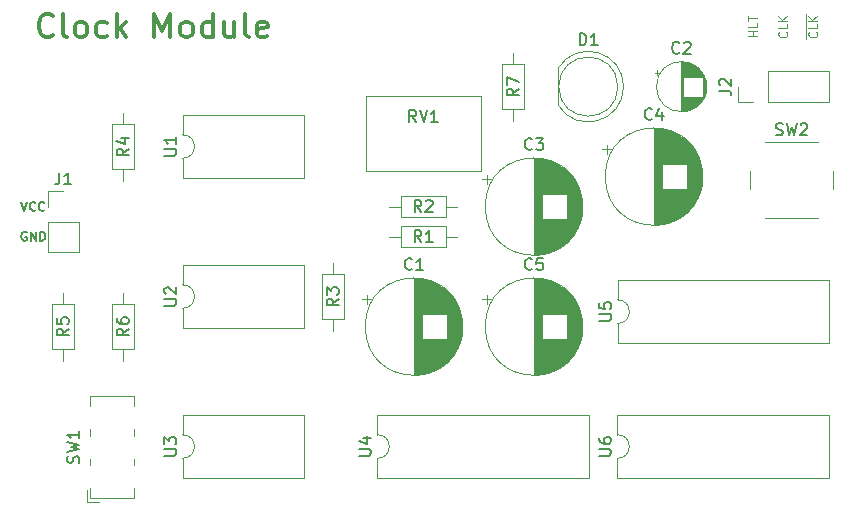
<source format=gbr>
%TF.GenerationSoftware,KiCad,Pcbnew,(6.0.6-0)*%
%TF.CreationDate,2022-10-19T22:33:39-04:00*%
%TF.ProjectId,Clock Module,436c6f63-6b20-44d6-9f64-756c652e6b69,rev?*%
%TF.SameCoordinates,Original*%
%TF.FileFunction,Legend,Top*%
%TF.FilePolarity,Positive*%
%FSLAX46Y46*%
G04 Gerber Fmt 4.6, Leading zero omitted, Abs format (unit mm)*
G04 Created by KiCad (PCBNEW (6.0.6-0)) date 2022-10-19 22:33:39*
%MOMM*%
%LPD*%
G01*
G04 APERTURE LIST*
%ADD10C,0.300000*%
%ADD11C,0.100000*%
%ADD12C,0.187500*%
%ADD13C,0.150000*%
%ADD14C,0.120000*%
G04 APERTURE END LIST*
D10*
X39783809Y-61674285D02*
X39688571Y-61769523D01*
X39402857Y-61864761D01*
X39212380Y-61864761D01*
X38926666Y-61769523D01*
X38736190Y-61579047D01*
X38640952Y-61388571D01*
X38545714Y-61007619D01*
X38545714Y-60721904D01*
X38640952Y-60340952D01*
X38736190Y-60150476D01*
X38926666Y-59960000D01*
X39212380Y-59864761D01*
X39402857Y-59864761D01*
X39688571Y-59960000D01*
X39783809Y-60055238D01*
X40926666Y-61864761D02*
X40736190Y-61769523D01*
X40640952Y-61579047D01*
X40640952Y-59864761D01*
X41974285Y-61864761D02*
X41783809Y-61769523D01*
X41688571Y-61674285D01*
X41593333Y-61483809D01*
X41593333Y-60912380D01*
X41688571Y-60721904D01*
X41783809Y-60626666D01*
X41974285Y-60531428D01*
X42260000Y-60531428D01*
X42450476Y-60626666D01*
X42545714Y-60721904D01*
X42640952Y-60912380D01*
X42640952Y-61483809D01*
X42545714Y-61674285D01*
X42450476Y-61769523D01*
X42260000Y-61864761D01*
X41974285Y-61864761D01*
X44355238Y-61769523D02*
X44164761Y-61864761D01*
X43783809Y-61864761D01*
X43593333Y-61769523D01*
X43498095Y-61674285D01*
X43402857Y-61483809D01*
X43402857Y-60912380D01*
X43498095Y-60721904D01*
X43593333Y-60626666D01*
X43783809Y-60531428D01*
X44164761Y-60531428D01*
X44355238Y-60626666D01*
X45212380Y-61864761D02*
X45212380Y-59864761D01*
X45402857Y-61102857D02*
X45974285Y-61864761D01*
X45974285Y-60531428D02*
X45212380Y-61293333D01*
X48355238Y-61864761D02*
X48355238Y-59864761D01*
X49021904Y-61293333D01*
X49688571Y-59864761D01*
X49688571Y-61864761D01*
X50926666Y-61864761D02*
X50736190Y-61769523D01*
X50640952Y-61674285D01*
X50545714Y-61483809D01*
X50545714Y-60912380D01*
X50640952Y-60721904D01*
X50736190Y-60626666D01*
X50926666Y-60531428D01*
X51212380Y-60531428D01*
X51402857Y-60626666D01*
X51498095Y-60721904D01*
X51593333Y-60912380D01*
X51593333Y-61483809D01*
X51498095Y-61674285D01*
X51402857Y-61769523D01*
X51212380Y-61864761D01*
X50926666Y-61864761D01*
X53307619Y-61864761D02*
X53307619Y-59864761D01*
X53307619Y-61769523D02*
X53117142Y-61864761D01*
X52736190Y-61864761D01*
X52545714Y-61769523D01*
X52450476Y-61674285D01*
X52355238Y-61483809D01*
X52355238Y-60912380D01*
X52450476Y-60721904D01*
X52545714Y-60626666D01*
X52736190Y-60531428D01*
X53117142Y-60531428D01*
X53307619Y-60626666D01*
X55117142Y-60531428D02*
X55117142Y-61864761D01*
X54260000Y-60531428D02*
X54260000Y-61579047D01*
X54355238Y-61769523D01*
X54545714Y-61864761D01*
X54831428Y-61864761D01*
X55021904Y-61769523D01*
X55117142Y-61674285D01*
X56355238Y-61864761D02*
X56164761Y-61769523D01*
X56069523Y-61579047D01*
X56069523Y-59864761D01*
X57879047Y-61769523D02*
X57688571Y-61864761D01*
X57307619Y-61864761D01*
X57117142Y-61769523D01*
X57021904Y-61579047D01*
X57021904Y-60817142D01*
X57117142Y-60626666D01*
X57307619Y-60531428D01*
X57688571Y-60531428D01*
X57879047Y-60626666D01*
X57974285Y-60817142D01*
X57974285Y-61007619D01*
X57021904Y-61198095D01*
D11*
X99399285Y-61763571D02*
X98649285Y-61763571D01*
X99006428Y-61763571D02*
X99006428Y-61335000D01*
X99399285Y-61335000D02*
X98649285Y-61335000D01*
X99399285Y-60620714D02*
X99399285Y-60977857D01*
X98649285Y-60977857D01*
X98649285Y-60477857D02*
X98649285Y-60049285D01*
X99399285Y-60263571D02*
X98649285Y-60263571D01*
X103517500Y-62013571D02*
X103517500Y-61263571D01*
X104407857Y-61406428D02*
X104443571Y-61442142D01*
X104479285Y-61549285D01*
X104479285Y-61620714D01*
X104443571Y-61727857D01*
X104372142Y-61799285D01*
X104300714Y-61835000D01*
X104157857Y-61870714D01*
X104050714Y-61870714D01*
X103907857Y-61835000D01*
X103836428Y-61799285D01*
X103765000Y-61727857D01*
X103729285Y-61620714D01*
X103729285Y-61549285D01*
X103765000Y-61442142D01*
X103800714Y-61406428D01*
X103517500Y-61263571D02*
X103517500Y-60656428D01*
X104479285Y-60727857D02*
X104479285Y-61085000D01*
X103729285Y-61085000D01*
X103517500Y-60656428D02*
X103517500Y-59906428D01*
X104479285Y-60477857D02*
X103729285Y-60477857D01*
X104479285Y-60049285D02*
X104050714Y-60370714D01*
X103729285Y-60049285D02*
X104157857Y-60477857D01*
X101867857Y-61406428D02*
X101903571Y-61442142D01*
X101939285Y-61549285D01*
X101939285Y-61620714D01*
X101903571Y-61727857D01*
X101832142Y-61799285D01*
X101760714Y-61835000D01*
X101617857Y-61870714D01*
X101510714Y-61870714D01*
X101367857Y-61835000D01*
X101296428Y-61799285D01*
X101225000Y-61727857D01*
X101189285Y-61620714D01*
X101189285Y-61549285D01*
X101225000Y-61442142D01*
X101260714Y-61406428D01*
X101939285Y-60727857D02*
X101939285Y-61085000D01*
X101189285Y-61085000D01*
X101939285Y-60477857D02*
X101189285Y-60477857D01*
X101939285Y-60049285D02*
X101510714Y-60370714D01*
X101189285Y-60049285D02*
X101617857Y-60477857D01*
D12*
X37528571Y-78365000D02*
X37457142Y-78329285D01*
X37350000Y-78329285D01*
X37242857Y-78365000D01*
X37171428Y-78436428D01*
X37135714Y-78507857D01*
X37100000Y-78650714D01*
X37100000Y-78757857D01*
X37135714Y-78900714D01*
X37171428Y-78972142D01*
X37242857Y-79043571D01*
X37350000Y-79079285D01*
X37421428Y-79079285D01*
X37528571Y-79043571D01*
X37564285Y-79007857D01*
X37564285Y-78757857D01*
X37421428Y-78757857D01*
X37885714Y-79079285D02*
X37885714Y-78329285D01*
X38314285Y-79079285D01*
X38314285Y-78329285D01*
X38671428Y-79079285D02*
X38671428Y-78329285D01*
X38850000Y-78329285D01*
X38957142Y-78365000D01*
X39028571Y-78436428D01*
X39064285Y-78507857D01*
X39100000Y-78650714D01*
X39100000Y-78757857D01*
X39064285Y-78900714D01*
X39028571Y-78972142D01*
X38957142Y-79043571D01*
X38850000Y-79079285D01*
X38671428Y-79079285D01*
X37100000Y-75789285D02*
X37350000Y-76539285D01*
X37600000Y-75789285D01*
X38278571Y-76467857D02*
X38242857Y-76503571D01*
X38135714Y-76539285D01*
X38064285Y-76539285D01*
X37957142Y-76503571D01*
X37885714Y-76432142D01*
X37850000Y-76360714D01*
X37814285Y-76217857D01*
X37814285Y-76110714D01*
X37850000Y-75967857D01*
X37885714Y-75896428D01*
X37957142Y-75825000D01*
X38064285Y-75789285D01*
X38135714Y-75789285D01*
X38242857Y-75825000D01*
X38278571Y-75860714D01*
X39028571Y-76467857D02*
X38992857Y-76503571D01*
X38885714Y-76539285D01*
X38814285Y-76539285D01*
X38707142Y-76503571D01*
X38635714Y-76432142D01*
X38600000Y-76360714D01*
X38564285Y-76217857D01*
X38564285Y-76110714D01*
X38600000Y-75967857D01*
X38635714Y-75896428D01*
X38707142Y-75825000D01*
X38814285Y-75789285D01*
X38885714Y-75789285D01*
X38992857Y-75825000D01*
X39028571Y-75860714D01*
D13*
%TO.C,R1*%
X70953333Y-79192380D02*
X70620000Y-78716190D01*
X70381904Y-79192380D02*
X70381904Y-78192380D01*
X70762857Y-78192380D01*
X70858095Y-78240000D01*
X70905714Y-78287619D01*
X70953333Y-78382857D01*
X70953333Y-78525714D01*
X70905714Y-78620952D01*
X70858095Y-78668571D01*
X70762857Y-78716190D01*
X70381904Y-78716190D01*
X71905714Y-79192380D02*
X71334285Y-79192380D01*
X71620000Y-79192380D02*
X71620000Y-78192380D01*
X71524761Y-78335238D01*
X71429523Y-78430476D01*
X71334285Y-78478095D01*
%TO.C,U6*%
X86017380Y-97271904D02*
X86826904Y-97271904D01*
X86922142Y-97224285D01*
X86969761Y-97176666D01*
X87017380Y-97081428D01*
X87017380Y-96890952D01*
X86969761Y-96795714D01*
X86922142Y-96748095D01*
X86826904Y-96700476D01*
X86017380Y-96700476D01*
X86017380Y-95795714D02*
X86017380Y-95986190D01*
X86065000Y-96081428D01*
X86112619Y-96129047D01*
X86255476Y-96224285D01*
X86445952Y-96271904D01*
X86826904Y-96271904D01*
X86922142Y-96224285D01*
X86969761Y-96176666D01*
X87017380Y-96081428D01*
X87017380Y-95890952D01*
X86969761Y-95795714D01*
X86922142Y-95748095D01*
X86826904Y-95700476D01*
X86588809Y-95700476D01*
X86493571Y-95748095D01*
X86445952Y-95795714D01*
X86398333Y-95890952D01*
X86398333Y-96081428D01*
X86445952Y-96176666D01*
X86493571Y-96224285D01*
X86588809Y-96271904D01*
%TO.C,R5*%
X41092380Y-86526666D02*
X40616190Y-86860000D01*
X41092380Y-87098095D02*
X40092380Y-87098095D01*
X40092380Y-86717142D01*
X40140000Y-86621904D01*
X40187619Y-86574285D01*
X40282857Y-86526666D01*
X40425714Y-86526666D01*
X40520952Y-86574285D01*
X40568571Y-86621904D01*
X40616190Y-86717142D01*
X40616190Y-87098095D01*
X40092380Y-85621904D02*
X40092380Y-86098095D01*
X40568571Y-86145714D01*
X40520952Y-86098095D01*
X40473333Y-86002857D01*
X40473333Y-85764761D01*
X40520952Y-85669523D01*
X40568571Y-85621904D01*
X40663809Y-85574285D01*
X40901904Y-85574285D01*
X40997142Y-85621904D01*
X41044761Y-85669523D01*
X41092380Y-85764761D01*
X41092380Y-86002857D01*
X41044761Y-86098095D01*
X40997142Y-86145714D01*
%TO.C,C4*%
X90483333Y-68767142D02*
X90435714Y-68814761D01*
X90292857Y-68862380D01*
X90197619Y-68862380D01*
X90054761Y-68814761D01*
X89959523Y-68719523D01*
X89911904Y-68624285D01*
X89864285Y-68433809D01*
X89864285Y-68290952D01*
X89911904Y-68100476D01*
X89959523Y-68005238D01*
X90054761Y-67910000D01*
X90197619Y-67862380D01*
X90292857Y-67862380D01*
X90435714Y-67910000D01*
X90483333Y-67957619D01*
X91340476Y-68195714D02*
X91340476Y-68862380D01*
X91102380Y-67814761D02*
X90864285Y-68529047D01*
X91483333Y-68529047D01*
%TO.C,U3*%
X49202380Y-97271904D02*
X50011904Y-97271904D01*
X50107142Y-97224285D01*
X50154761Y-97176666D01*
X50202380Y-97081428D01*
X50202380Y-96890952D01*
X50154761Y-96795714D01*
X50107142Y-96748095D01*
X50011904Y-96700476D01*
X49202380Y-96700476D01*
X49202380Y-96319523D02*
X49202380Y-95700476D01*
X49583333Y-96033809D01*
X49583333Y-95890952D01*
X49630952Y-95795714D01*
X49678571Y-95748095D01*
X49773809Y-95700476D01*
X50011904Y-95700476D01*
X50107142Y-95748095D01*
X50154761Y-95795714D01*
X50202380Y-95890952D01*
X50202380Y-96176666D01*
X50154761Y-96271904D01*
X50107142Y-96319523D01*
%TO.C,R4*%
X46172380Y-71286666D02*
X45696190Y-71620000D01*
X46172380Y-71858095D02*
X45172380Y-71858095D01*
X45172380Y-71477142D01*
X45220000Y-71381904D01*
X45267619Y-71334285D01*
X45362857Y-71286666D01*
X45505714Y-71286666D01*
X45600952Y-71334285D01*
X45648571Y-71381904D01*
X45696190Y-71477142D01*
X45696190Y-71858095D01*
X45505714Y-70429523D02*
X46172380Y-70429523D01*
X45124761Y-70667619D02*
X45839047Y-70905714D01*
X45839047Y-70286666D01*
%TO.C,J2*%
X96182380Y-66373333D02*
X96896666Y-66373333D01*
X97039523Y-66420952D01*
X97134761Y-66516190D01*
X97182380Y-66659047D01*
X97182380Y-66754285D01*
X96277619Y-65944761D02*
X96230000Y-65897142D01*
X96182380Y-65801904D01*
X96182380Y-65563809D01*
X96230000Y-65468571D01*
X96277619Y-65420952D01*
X96372857Y-65373333D01*
X96468095Y-65373333D01*
X96610952Y-65420952D01*
X97182380Y-65992380D01*
X97182380Y-65373333D01*
%TO.C,U2*%
X49202380Y-84571904D02*
X50011904Y-84571904D01*
X50107142Y-84524285D01*
X50154761Y-84476666D01*
X50202380Y-84381428D01*
X50202380Y-84190952D01*
X50154761Y-84095714D01*
X50107142Y-84048095D01*
X50011904Y-84000476D01*
X49202380Y-84000476D01*
X49297619Y-83571904D02*
X49250000Y-83524285D01*
X49202380Y-83429047D01*
X49202380Y-83190952D01*
X49250000Y-83095714D01*
X49297619Y-83048095D01*
X49392857Y-83000476D01*
X49488095Y-83000476D01*
X49630952Y-83048095D01*
X50202380Y-83619523D01*
X50202380Y-83000476D01*
%TO.C,R2*%
X70953333Y-76652380D02*
X70620000Y-76176190D01*
X70381904Y-76652380D02*
X70381904Y-75652380D01*
X70762857Y-75652380D01*
X70858095Y-75700000D01*
X70905714Y-75747619D01*
X70953333Y-75842857D01*
X70953333Y-75985714D01*
X70905714Y-76080952D01*
X70858095Y-76128571D01*
X70762857Y-76176190D01*
X70381904Y-76176190D01*
X71334285Y-75747619D02*
X71381904Y-75700000D01*
X71477142Y-75652380D01*
X71715238Y-75652380D01*
X71810476Y-75700000D01*
X71858095Y-75747619D01*
X71905714Y-75842857D01*
X71905714Y-75938095D01*
X71858095Y-76080952D01*
X71286666Y-76652380D01*
X71905714Y-76652380D01*
%TO.C,U1*%
X49202380Y-71871904D02*
X50011904Y-71871904D01*
X50107142Y-71824285D01*
X50154761Y-71776666D01*
X50202380Y-71681428D01*
X50202380Y-71490952D01*
X50154761Y-71395714D01*
X50107142Y-71348095D01*
X50011904Y-71300476D01*
X49202380Y-71300476D01*
X50202380Y-70300476D02*
X50202380Y-70871904D01*
X50202380Y-70586190D02*
X49202380Y-70586190D01*
X49345238Y-70681428D01*
X49440476Y-70776666D01*
X49488095Y-70871904D01*
%TO.C,RV1*%
X70524761Y-69032380D02*
X70191428Y-68556190D01*
X69953333Y-69032380D02*
X69953333Y-68032380D01*
X70334285Y-68032380D01*
X70429523Y-68080000D01*
X70477142Y-68127619D01*
X70524761Y-68222857D01*
X70524761Y-68365714D01*
X70477142Y-68460952D01*
X70429523Y-68508571D01*
X70334285Y-68556190D01*
X69953333Y-68556190D01*
X70810476Y-68032380D02*
X71143809Y-69032380D01*
X71477142Y-68032380D01*
X72334285Y-69032380D02*
X71762857Y-69032380D01*
X72048571Y-69032380D02*
X72048571Y-68032380D01*
X71953333Y-68175238D01*
X71858095Y-68270476D01*
X71762857Y-68318095D01*
%TO.C,J1*%
X40306666Y-73322380D02*
X40306666Y-74036666D01*
X40259047Y-74179523D01*
X40163809Y-74274761D01*
X40020952Y-74322380D01*
X39925714Y-74322380D01*
X41306666Y-74322380D02*
X40735238Y-74322380D01*
X41020952Y-74322380D02*
X41020952Y-73322380D01*
X40925714Y-73465238D01*
X40830476Y-73560476D01*
X40735238Y-73608095D01*
%TO.C,C1*%
X70163333Y-81467142D02*
X70115714Y-81514761D01*
X69972857Y-81562380D01*
X69877619Y-81562380D01*
X69734761Y-81514761D01*
X69639523Y-81419523D01*
X69591904Y-81324285D01*
X69544285Y-81133809D01*
X69544285Y-80990952D01*
X69591904Y-80800476D01*
X69639523Y-80705238D01*
X69734761Y-80610000D01*
X69877619Y-80562380D01*
X69972857Y-80562380D01*
X70115714Y-80610000D01*
X70163333Y-80657619D01*
X71115714Y-81562380D02*
X70544285Y-81562380D01*
X70830000Y-81562380D02*
X70830000Y-80562380D01*
X70734761Y-80705238D01*
X70639523Y-80800476D01*
X70544285Y-80848095D01*
%TO.C,D1*%
X84351904Y-62532380D02*
X84351904Y-61532380D01*
X84590000Y-61532380D01*
X84732857Y-61580000D01*
X84828095Y-61675238D01*
X84875714Y-61770476D01*
X84923333Y-61960952D01*
X84923333Y-62103809D01*
X84875714Y-62294285D01*
X84828095Y-62389523D01*
X84732857Y-62484761D01*
X84590000Y-62532380D01*
X84351904Y-62532380D01*
X85875714Y-62532380D02*
X85304285Y-62532380D01*
X85590000Y-62532380D02*
X85590000Y-61532380D01*
X85494761Y-61675238D01*
X85399523Y-61770476D01*
X85304285Y-61818095D01*
%TO.C,U5*%
X86022380Y-85851904D02*
X86831904Y-85851904D01*
X86927142Y-85804285D01*
X86974761Y-85756666D01*
X87022380Y-85661428D01*
X87022380Y-85470952D01*
X86974761Y-85375714D01*
X86927142Y-85328095D01*
X86831904Y-85280476D01*
X86022380Y-85280476D01*
X86022380Y-84328095D02*
X86022380Y-84804285D01*
X86498571Y-84851904D01*
X86450952Y-84804285D01*
X86403333Y-84709047D01*
X86403333Y-84470952D01*
X86450952Y-84375714D01*
X86498571Y-84328095D01*
X86593809Y-84280476D01*
X86831904Y-84280476D01*
X86927142Y-84328095D01*
X86974761Y-84375714D01*
X87022380Y-84470952D01*
X87022380Y-84709047D01*
X86974761Y-84804285D01*
X86927142Y-84851904D01*
%TO.C,R6*%
X46172380Y-86526666D02*
X45696190Y-86860000D01*
X46172380Y-87098095D02*
X45172380Y-87098095D01*
X45172380Y-86717142D01*
X45220000Y-86621904D01*
X45267619Y-86574285D01*
X45362857Y-86526666D01*
X45505714Y-86526666D01*
X45600952Y-86574285D01*
X45648571Y-86621904D01*
X45696190Y-86717142D01*
X45696190Y-87098095D01*
X45172380Y-85669523D02*
X45172380Y-85860000D01*
X45220000Y-85955238D01*
X45267619Y-86002857D01*
X45410476Y-86098095D01*
X45600952Y-86145714D01*
X45981904Y-86145714D01*
X46077142Y-86098095D01*
X46124761Y-86050476D01*
X46172380Y-85955238D01*
X46172380Y-85764761D01*
X46124761Y-85669523D01*
X46077142Y-85621904D01*
X45981904Y-85574285D01*
X45743809Y-85574285D01*
X45648571Y-85621904D01*
X45600952Y-85669523D01*
X45553333Y-85764761D01*
X45553333Y-85955238D01*
X45600952Y-86050476D01*
X45648571Y-86098095D01*
X45743809Y-86145714D01*
%TO.C,U4*%
X65697380Y-97271904D02*
X66506904Y-97271904D01*
X66602142Y-97224285D01*
X66649761Y-97176666D01*
X66697380Y-97081428D01*
X66697380Y-96890952D01*
X66649761Y-96795714D01*
X66602142Y-96748095D01*
X66506904Y-96700476D01*
X65697380Y-96700476D01*
X66030714Y-95795714D02*
X66697380Y-95795714D01*
X65649761Y-96033809D02*
X66364047Y-96271904D01*
X66364047Y-95652857D01*
%TO.C,SW1*%
X41934761Y-97893333D02*
X41982380Y-97750476D01*
X41982380Y-97512380D01*
X41934761Y-97417142D01*
X41887142Y-97369523D01*
X41791904Y-97321904D01*
X41696666Y-97321904D01*
X41601428Y-97369523D01*
X41553809Y-97417142D01*
X41506190Y-97512380D01*
X41458571Y-97702857D01*
X41410952Y-97798095D01*
X41363333Y-97845714D01*
X41268095Y-97893333D01*
X41172857Y-97893333D01*
X41077619Y-97845714D01*
X41030000Y-97798095D01*
X40982380Y-97702857D01*
X40982380Y-97464761D01*
X41030000Y-97321904D01*
X40982380Y-96988571D02*
X41982380Y-96750476D01*
X41268095Y-96560000D01*
X41982380Y-96369523D01*
X40982380Y-96131428D01*
X41982380Y-95226666D02*
X41982380Y-95798095D01*
X41982380Y-95512380D02*
X40982380Y-95512380D01*
X41125238Y-95607619D01*
X41220476Y-95702857D01*
X41268095Y-95798095D01*
%TO.C,C2*%
X92813333Y-63147142D02*
X92765714Y-63194761D01*
X92622857Y-63242380D01*
X92527619Y-63242380D01*
X92384761Y-63194761D01*
X92289523Y-63099523D01*
X92241904Y-63004285D01*
X92194285Y-62813809D01*
X92194285Y-62670952D01*
X92241904Y-62480476D01*
X92289523Y-62385238D01*
X92384761Y-62290000D01*
X92527619Y-62242380D01*
X92622857Y-62242380D01*
X92765714Y-62290000D01*
X92813333Y-62337619D01*
X93194285Y-62337619D02*
X93241904Y-62290000D01*
X93337142Y-62242380D01*
X93575238Y-62242380D01*
X93670476Y-62290000D01*
X93718095Y-62337619D01*
X93765714Y-62432857D01*
X93765714Y-62528095D01*
X93718095Y-62670952D01*
X93146666Y-63242380D01*
X93765714Y-63242380D01*
%TO.C,C5*%
X80323333Y-81467142D02*
X80275714Y-81514761D01*
X80132857Y-81562380D01*
X80037619Y-81562380D01*
X79894761Y-81514761D01*
X79799523Y-81419523D01*
X79751904Y-81324285D01*
X79704285Y-81133809D01*
X79704285Y-80990952D01*
X79751904Y-80800476D01*
X79799523Y-80705238D01*
X79894761Y-80610000D01*
X80037619Y-80562380D01*
X80132857Y-80562380D01*
X80275714Y-80610000D01*
X80323333Y-80657619D01*
X81228095Y-80562380D02*
X80751904Y-80562380D01*
X80704285Y-81038571D01*
X80751904Y-80990952D01*
X80847142Y-80943333D01*
X81085238Y-80943333D01*
X81180476Y-80990952D01*
X81228095Y-81038571D01*
X81275714Y-81133809D01*
X81275714Y-81371904D01*
X81228095Y-81467142D01*
X81180476Y-81514761D01*
X81085238Y-81562380D01*
X80847142Y-81562380D01*
X80751904Y-81514761D01*
X80704285Y-81467142D01*
%TO.C,R3*%
X63952380Y-83986666D02*
X63476190Y-84320000D01*
X63952380Y-84558095D02*
X62952380Y-84558095D01*
X62952380Y-84177142D01*
X63000000Y-84081904D01*
X63047619Y-84034285D01*
X63142857Y-83986666D01*
X63285714Y-83986666D01*
X63380952Y-84034285D01*
X63428571Y-84081904D01*
X63476190Y-84177142D01*
X63476190Y-84558095D01*
X62952380Y-83653333D02*
X62952380Y-83034285D01*
X63333333Y-83367619D01*
X63333333Y-83224761D01*
X63380952Y-83129523D01*
X63428571Y-83081904D01*
X63523809Y-83034285D01*
X63761904Y-83034285D01*
X63857142Y-83081904D01*
X63904761Y-83129523D01*
X63952380Y-83224761D01*
X63952380Y-83510476D01*
X63904761Y-83605714D01*
X63857142Y-83653333D01*
%TO.C,SW2*%
X100976666Y-70104761D02*
X101119523Y-70152380D01*
X101357619Y-70152380D01*
X101452857Y-70104761D01*
X101500476Y-70057142D01*
X101548095Y-69961904D01*
X101548095Y-69866666D01*
X101500476Y-69771428D01*
X101452857Y-69723809D01*
X101357619Y-69676190D01*
X101167142Y-69628571D01*
X101071904Y-69580952D01*
X101024285Y-69533333D01*
X100976666Y-69438095D01*
X100976666Y-69342857D01*
X101024285Y-69247619D01*
X101071904Y-69200000D01*
X101167142Y-69152380D01*
X101405238Y-69152380D01*
X101548095Y-69200000D01*
X101881428Y-69152380D02*
X102119523Y-70152380D01*
X102310000Y-69438095D01*
X102500476Y-70152380D01*
X102738571Y-69152380D01*
X103071904Y-69247619D02*
X103119523Y-69200000D01*
X103214761Y-69152380D01*
X103452857Y-69152380D01*
X103548095Y-69200000D01*
X103595714Y-69247619D01*
X103643333Y-69342857D01*
X103643333Y-69438095D01*
X103595714Y-69580952D01*
X103024285Y-70152380D01*
X103643333Y-70152380D01*
%TO.C,C3*%
X80323333Y-71307142D02*
X80275714Y-71354761D01*
X80132857Y-71402380D01*
X80037619Y-71402380D01*
X79894761Y-71354761D01*
X79799523Y-71259523D01*
X79751904Y-71164285D01*
X79704285Y-70973809D01*
X79704285Y-70830952D01*
X79751904Y-70640476D01*
X79799523Y-70545238D01*
X79894761Y-70450000D01*
X80037619Y-70402380D01*
X80132857Y-70402380D01*
X80275714Y-70450000D01*
X80323333Y-70497619D01*
X80656666Y-70402380D02*
X81275714Y-70402380D01*
X80942380Y-70783333D01*
X81085238Y-70783333D01*
X81180476Y-70830952D01*
X81228095Y-70878571D01*
X81275714Y-70973809D01*
X81275714Y-71211904D01*
X81228095Y-71307142D01*
X81180476Y-71354761D01*
X81085238Y-71402380D01*
X80799523Y-71402380D01*
X80704285Y-71354761D01*
X80656666Y-71307142D01*
%TO.C,R7*%
X79192380Y-66206666D02*
X78716190Y-66540000D01*
X79192380Y-66778095D02*
X78192380Y-66778095D01*
X78192380Y-66397142D01*
X78240000Y-66301904D01*
X78287619Y-66254285D01*
X78382857Y-66206666D01*
X78525714Y-66206666D01*
X78620952Y-66254285D01*
X78668571Y-66301904D01*
X78716190Y-66397142D01*
X78716190Y-66778095D01*
X78192380Y-65873333D02*
X78192380Y-65206666D01*
X79192380Y-65635238D01*
D14*
%TO.C,R1*%
X73040000Y-77120000D02*
X73040000Y-75280000D01*
X69200000Y-77120000D02*
X73040000Y-77120000D01*
X73040000Y-75280000D02*
X69200000Y-75280000D01*
X69200000Y-75280000D02*
X69200000Y-77120000D01*
X73990000Y-76200000D02*
X73040000Y-76200000D01*
X68250000Y-76200000D02*
X69200000Y-76200000D01*
%TO.C,U6*%
X105465000Y-93860000D02*
X87565000Y-93860000D01*
X87565000Y-99160000D02*
X105465000Y-99160000D01*
X87565000Y-93860000D02*
X87565000Y-95510000D01*
X87565000Y-97510000D02*
X87565000Y-99160000D01*
X105465000Y-99160000D02*
X105465000Y-93860000D01*
X87565000Y-97510000D02*
G75*
G03*
X87565000Y-95510000I0J1000000D01*
G01*
%TO.C,R5*%
X41560000Y-84440000D02*
X39720000Y-84440000D01*
X39720000Y-84440000D02*
X39720000Y-88280000D01*
X39720000Y-88280000D02*
X41560000Y-88280000D01*
X41560000Y-88280000D02*
X41560000Y-84440000D01*
X40640000Y-83490000D02*
X40640000Y-84440000D01*
X40640000Y-89230000D02*
X40640000Y-88280000D01*
%TO.C,C4*%
X94611000Y-72562000D02*
X94611000Y-74758000D01*
X92451000Y-74700000D02*
X92451000Y-77326000D01*
X91931000Y-74700000D02*
X91931000Y-77537000D01*
X91451000Y-74700000D02*
X91451000Y-77662000D01*
X93371000Y-74700000D02*
X93371000Y-76715000D01*
X92371000Y-74700000D02*
X92371000Y-77364000D01*
X92331000Y-69938000D02*
X92331000Y-72620000D01*
X92731000Y-74700000D02*
X92731000Y-77177000D01*
X92051000Y-69825000D02*
X92051000Y-72620000D01*
X91651000Y-74700000D02*
X91651000Y-77617000D01*
X92371000Y-69956000D02*
X92371000Y-72620000D01*
X86240302Y-71345000D02*
X87040302Y-71345000D01*
X92131000Y-74700000D02*
X92131000Y-77465000D01*
X91451000Y-69658000D02*
X91451000Y-72620000D01*
X90810000Y-69583000D02*
X90810000Y-77737000D01*
X91290000Y-69630000D02*
X91290000Y-77690000D01*
X93051000Y-70351000D02*
X93051000Y-72620000D01*
X91250000Y-69623000D02*
X91250000Y-77697000D01*
X94451000Y-72108000D02*
X94451000Y-75212000D01*
X90770000Y-69581000D02*
X90770000Y-77739000D01*
X90970000Y-69592000D02*
X90970000Y-77728000D01*
X92811000Y-74700000D02*
X92811000Y-77129000D01*
X92571000Y-74700000D02*
X92571000Y-77266000D01*
X91851000Y-74700000D02*
X91851000Y-77562000D01*
X91891000Y-69771000D02*
X91891000Y-72620000D01*
X91371000Y-69643000D02*
X91371000Y-72620000D01*
X94171000Y-71558000D02*
X94171000Y-75762000D01*
X94251000Y-71696000D02*
X94251000Y-75624000D01*
X91411000Y-69650000D02*
X91411000Y-72620000D01*
X91811000Y-69746000D02*
X91811000Y-72620000D01*
X92491000Y-70013000D02*
X92491000Y-72620000D01*
X93051000Y-74700000D02*
X93051000Y-76969000D01*
X92251000Y-74700000D02*
X92251000Y-77417000D01*
X93411000Y-74700000D02*
X93411000Y-76679000D01*
X92691000Y-74700000D02*
X92691000Y-77200000D01*
X92331000Y-74700000D02*
X92331000Y-77382000D01*
X90850000Y-69584000D02*
X90850000Y-77736000D01*
X94331000Y-71847000D02*
X94331000Y-75473000D01*
X91411000Y-74700000D02*
X91411000Y-77670000D01*
X93531000Y-70753000D02*
X93531000Y-76567000D01*
X91491000Y-74700000D02*
X91491000Y-77654000D01*
X93171000Y-70440000D02*
X93171000Y-72620000D01*
X93211000Y-74700000D02*
X93211000Y-76849000D01*
X91771000Y-69735000D02*
X91771000Y-72620000D01*
X86640302Y-70945000D02*
X86640302Y-71745000D01*
X92211000Y-74700000D02*
X92211000Y-77434000D01*
X91130000Y-69608000D02*
X91130000Y-77712000D01*
X93211000Y-70471000D02*
X93211000Y-72620000D01*
X93851000Y-71104000D02*
X93851000Y-76216000D01*
X91731000Y-74700000D02*
X91731000Y-77596000D01*
X91531000Y-74700000D02*
X91531000Y-77645000D01*
X91771000Y-74700000D02*
X91771000Y-77585000D01*
X92891000Y-74700000D02*
X92891000Y-77078000D01*
X93411000Y-70641000D02*
X93411000Y-72620000D01*
X92931000Y-74700000D02*
X92931000Y-77052000D01*
X91090000Y-69603000D02*
X91090000Y-77717000D01*
X93331000Y-70570000D02*
X93331000Y-72620000D01*
X92411000Y-74700000D02*
X92411000Y-77346000D01*
X94731000Y-73127000D02*
X94731000Y-74193000D01*
X94091000Y-71432000D02*
X94091000Y-75888000D01*
X93091000Y-70380000D02*
X93091000Y-72620000D01*
X93771000Y-71009000D02*
X93771000Y-76311000D01*
X92971000Y-74700000D02*
X92971000Y-77025000D01*
X90650000Y-69580000D02*
X90650000Y-77740000D01*
X91571000Y-69684000D02*
X91571000Y-72620000D01*
X92531000Y-70033000D02*
X92531000Y-72620000D01*
X92731000Y-70143000D02*
X92731000Y-72620000D01*
X93251000Y-70504000D02*
X93251000Y-72620000D01*
X92651000Y-70098000D02*
X92651000Y-72620000D01*
X93291000Y-70536000D02*
X93291000Y-72620000D01*
X92451000Y-69994000D02*
X92451000Y-72620000D01*
X93331000Y-74700000D02*
X93331000Y-76750000D01*
X93611000Y-70834000D02*
X93611000Y-76486000D01*
X92411000Y-69974000D02*
X92411000Y-72620000D01*
X92251000Y-69903000D02*
X92251000Y-72620000D01*
X91611000Y-74700000D02*
X91611000Y-77627000D01*
X93011000Y-70322000D02*
X93011000Y-72620000D01*
X91170000Y-69612000D02*
X91170000Y-77708000D01*
X92691000Y-70120000D02*
X92691000Y-72620000D01*
X90930000Y-69589000D02*
X90930000Y-77731000D01*
X94131000Y-71494000D02*
X94131000Y-75826000D01*
X92611000Y-70076000D02*
X92611000Y-72620000D01*
X93891000Y-71155000D02*
X93891000Y-76165000D01*
X91210000Y-69618000D02*
X91210000Y-77702000D01*
X92491000Y-74700000D02*
X92491000Y-77307000D01*
X92611000Y-74700000D02*
X92611000Y-77244000D01*
X93371000Y-70605000D02*
X93371000Y-72620000D01*
X94691000Y-72892000D02*
X94691000Y-74428000D01*
X91611000Y-69693000D02*
X91611000Y-72620000D01*
X93251000Y-74700000D02*
X93251000Y-76816000D01*
X91931000Y-69783000D02*
X91931000Y-72620000D01*
X93571000Y-70793000D02*
X93571000Y-76527000D01*
X91691000Y-74700000D02*
X91691000Y-77607000D01*
X94651000Y-72712000D02*
X94651000Y-74608000D01*
X92011000Y-69810000D02*
X92011000Y-72620000D01*
X92171000Y-74700000D02*
X92171000Y-77450000D01*
X92091000Y-69839000D02*
X92091000Y-72620000D01*
X91731000Y-69724000D02*
X91731000Y-72620000D01*
X90890000Y-69586000D02*
X90890000Y-77734000D01*
X92011000Y-74700000D02*
X92011000Y-77510000D01*
X93451000Y-70677000D02*
X93451000Y-76643000D01*
X93491000Y-70715000D02*
X93491000Y-76605000D01*
X91491000Y-69666000D02*
X91491000Y-72620000D01*
X94211000Y-71626000D02*
X94211000Y-75694000D01*
X92771000Y-74700000D02*
X92771000Y-77153000D01*
X92651000Y-74700000D02*
X92651000Y-77222000D01*
X92091000Y-74700000D02*
X92091000Y-77481000D01*
X94011000Y-71315000D02*
X94011000Y-76005000D01*
X92891000Y-70242000D02*
X92891000Y-72620000D01*
X91330000Y-69636000D02*
X91330000Y-77684000D01*
X92211000Y-69886000D02*
X92211000Y-72620000D01*
X92771000Y-70167000D02*
X92771000Y-72620000D01*
X94571000Y-72431000D02*
X94571000Y-74889000D01*
X91010000Y-69595000D02*
X91010000Y-77725000D01*
X91811000Y-74700000D02*
X91811000Y-77574000D01*
X91851000Y-69758000D02*
X91851000Y-72620000D01*
X91571000Y-74700000D02*
X91571000Y-77636000D01*
X94411000Y-72015000D02*
X94411000Y-75305000D01*
X91971000Y-69797000D02*
X91971000Y-72620000D01*
X91651000Y-69703000D02*
X91651000Y-72620000D01*
X90730000Y-69580000D02*
X90730000Y-77740000D01*
X92291000Y-74700000D02*
X92291000Y-77400000D01*
X93171000Y-74700000D02*
X93171000Y-76880000D01*
X92131000Y-69855000D02*
X92131000Y-72620000D01*
X94371000Y-71929000D02*
X94371000Y-75391000D01*
X92971000Y-70295000D02*
X92971000Y-72620000D01*
X91891000Y-74700000D02*
X91891000Y-77549000D01*
X91371000Y-74700000D02*
X91371000Y-77677000D01*
X93731000Y-70963000D02*
X93731000Y-76357000D01*
X91050000Y-69599000D02*
X91050000Y-77721000D01*
X93651000Y-70876000D02*
X93651000Y-76444000D01*
X93931000Y-71206000D02*
X93931000Y-76114000D01*
X92291000Y-69920000D02*
X92291000Y-72620000D01*
X93811000Y-71056000D02*
X93811000Y-76264000D01*
X92811000Y-70191000D02*
X92811000Y-72620000D01*
X92851000Y-70216000D02*
X92851000Y-72620000D01*
X94291000Y-71770000D02*
X94291000Y-75550000D01*
X92051000Y-74700000D02*
X92051000Y-77495000D01*
X93691000Y-70919000D02*
X93691000Y-76401000D01*
X92851000Y-74700000D02*
X92851000Y-77104000D01*
X92571000Y-70054000D02*
X92571000Y-72620000D01*
X93131000Y-74700000D02*
X93131000Y-76910000D01*
X94051000Y-71373000D02*
X94051000Y-75947000D01*
X92171000Y-69870000D02*
X92171000Y-72620000D01*
X93291000Y-74700000D02*
X93291000Y-76784000D01*
X92931000Y-70268000D02*
X92931000Y-72620000D01*
X94531000Y-72314000D02*
X94531000Y-75006000D01*
X93131000Y-70410000D02*
X93131000Y-72620000D01*
X93091000Y-74700000D02*
X93091000Y-76940000D01*
X91691000Y-69713000D02*
X91691000Y-72620000D01*
X94491000Y-72207000D02*
X94491000Y-75113000D01*
X93011000Y-74700000D02*
X93011000Y-76998000D01*
X92531000Y-74700000D02*
X92531000Y-77287000D01*
X91971000Y-74700000D02*
X91971000Y-77523000D01*
X90690000Y-69580000D02*
X90690000Y-77740000D01*
X93971000Y-71260000D02*
X93971000Y-76060000D01*
X91531000Y-69675000D02*
X91531000Y-72620000D01*
X94770000Y-73660000D02*
G75*
G03*
X94770000Y-73660000I-4120000J0D01*
G01*
%TO.C,U3*%
X50750000Y-99160000D02*
X61030000Y-99160000D01*
X50750000Y-97510000D02*
X50750000Y-99160000D01*
X61030000Y-99160000D02*
X61030000Y-93860000D01*
X50750000Y-93860000D02*
X50750000Y-95510000D01*
X61030000Y-93860000D02*
X50750000Y-93860000D01*
X50750000Y-97510000D02*
G75*
G03*
X50750000Y-95510000I0J1000000D01*
G01*
%TO.C,R4*%
X45720000Y-68250000D02*
X45720000Y-69200000D01*
X46640000Y-73040000D02*
X46640000Y-69200000D01*
X46640000Y-69200000D02*
X44800000Y-69200000D01*
X44800000Y-73040000D02*
X46640000Y-73040000D01*
X44800000Y-69200000D02*
X44800000Y-73040000D01*
X45720000Y-73990000D02*
X45720000Y-73040000D01*
%TO.C,J2*%
X100330000Y-67370000D02*
X105470000Y-67370000D01*
X100330000Y-67370000D02*
X100330000Y-64710000D01*
X99060000Y-67370000D02*
X97730000Y-67370000D01*
X100330000Y-64710000D02*
X105470000Y-64710000D01*
X105470000Y-67370000D02*
X105470000Y-64710000D01*
X97730000Y-67370000D02*
X97730000Y-66040000D01*
%TO.C,U2*%
X61030000Y-86460000D02*
X61030000Y-81160000D01*
X61030000Y-81160000D02*
X50750000Y-81160000D01*
X50750000Y-84810000D02*
X50750000Y-86460000D01*
X50750000Y-86460000D02*
X61030000Y-86460000D01*
X50750000Y-81160000D02*
X50750000Y-82810000D01*
X50750000Y-84810000D02*
G75*
G03*
X50750000Y-82810000I0J1000000D01*
G01*
%TO.C,R2*%
X73040000Y-77820000D02*
X69200000Y-77820000D01*
X69200000Y-79660000D02*
X73040000Y-79660000D01*
X73990000Y-78740000D02*
X73040000Y-78740000D01*
X68250000Y-78740000D02*
X69200000Y-78740000D01*
X69200000Y-77820000D02*
X69200000Y-79660000D01*
X73040000Y-79660000D02*
X73040000Y-77820000D01*
%TO.C,U1*%
X61030000Y-73760000D02*
X61030000Y-68460000D01*
X50750000Y-68460000D02*
X50750000Y-70110000D01*
X50750000Y-73760000D02*
X61030000Y-73760000D01*
X61030000Y-68460000D02*
X50750000Y-68460000D01*
X50750000Y-72110000D02*
X50750000Y-73760000D01*
X50750000Y-72110000D02*
G75*
G03*
X50750000Y-70110000I0J1000000D01*
G01*
%TO.C,RV1*%
X76005000Y-73150000D02*
X76005000Y-66810000D01*
X76005000Y-73150000D02*
X66235000Y-73150000D01*
X66235000Y-73150000D02*
X66235000Y-66810000D01*
X76005000Y-66810000D02*
X66235000Y-66810000D01*
%TO.C,J1*%
X39310000Y-74870000D02*
X40640000Y-74870000D01*
X39310000Y-80070000D02*
X41970000Y-80070000D01*
X39310000Y-76200000D02*
X39310000Y-74870000D01*
X39310000Y-77470000D02*
X39310000Y-80070000D01*
X41970000Y-77470000D02*
X41970000Y-80070000D01*
X39310000Y-77470000D02*
X41970000Y-77470000D01*
%TO.C,C1*%
X71651000Y-87400000D02*
X71651000Y-90223000D01*
X73531000Y-83804000D02*
X73531000Y-88916000D01*
X70930000Y-82323000D02*
X70930000Y-90397000D01*
X71611000Y-82483000D02*
X71611000Y-85320000D01*
X72451000Y-82867000D02*
X72451000Y-85320000D01*
X71571000Y-87400000D02*
X71571000Y-90249000D01*
X70610000Y-82289000D02*
X70610000Y-90431000D01*
X71051000Y-82343000D02*
X71051000Y-85320000D01*
X70410000Y-82280000D02*
X70410000Y-90440000D01*
X73971000Y-84470000D02*
X73971000Y-88250000D01*
X71211000Y-82375000D02*
X71211000Y-85320000D01*
X71451000Y-82435000D02*
X71451000Y-85320000D01*
X70850000Y-82312000D02*
X70850000Y-90408000D01*
X74331000Y-85412000D02*
X74331000Y-87308000D01*
X73571000Y-83855000D02*
X73571000Y-88865000D01*
X71091000Y-82350000D02*
X71091000Y-85320000D01*
X71331000Y-82403000D02*
X71331000Y-85320000D01*
X74091000Y-84715000D02*
X74091000Y-88005000D01*
X73091000Y-87400000D02*
X73091000Y-89379000D01*
X72371000Y-82820000D02*
X72371000Y-85320000D01*
X73931000Y-84396000D02*
X73931000Y-88324000D01*
X70530000Y-82284000D02*
X70530000Y-90436000D01*
X71771000Y-82539000D02*
X71771000Y-85320000D01*
X70650000Y-82292000D02*
X70650000Y-90428000D01*
X72691000Y-83022000D02*
X72691000Y-85320000D01*
X72331000Y-87400000D02*
X72331000Y-89922000D01*
X72651000Y-87400000D02*
X72651000Y-89725000D01*
X71411000Y-82424000D02*
X71411000Y-85320000D01*
X73491000Y-83756000D02*
X73491000Y-88964000D01*
X72211000Y-82733000D02*
X72211000Y-85320000D01*
X72291000Y-87400000D02*
X72291000Y-89944000D01*
X73091000Y-83341000D02*
X73091000Y-85320000D01*
X73611000Y-83906000D02*
X73611000Y-88814000D01*
X70770000Y-82303000D02*
X70770000Y-90417000D01*
X72891000Y-83171000D02*
X72891000Y-85320000D01*
X71691000Y-82510000D02*
X71691000Y-85320000D01*
X72331000Y-82798000D02*
X72331000Y-85320000D01*
X71691000Y-87400000D02*
X71691000Y-90210000D01*
X72131000Y-82694000D02*
X72131000Y-85320000D01*
X74251000Y-85131000D02*
X74251000Y-87589000D01*
X73131000Y-83377000D02*
X73131000Y-89343000D01*
X72251000Y-87400000D02*
X72251000Y-89966000D01*
X72611000Y-82968000D02*
X72611000Y-85320000D01*
X71971000Y-87400000D02*
X71971000Y-90100000D01*
X73171000Y-83415000D02*
X73171000Y-89305000D01*
X73291000Y-83534000D02*
X73291000Y-89186000D01*
X71411000Y-87400000D02*
X71411000Y-90296000D01*
X73411000Y-83663000D02*
X73411000Y-89057000D01*
X72651000Y-82995000D02*
X72651000Y-85320000D01*
X71371000Y-87400000D02*
X71371000Y-90307000D01*
X72091000Y-87400000D02*
X72091000Y-90046000D01*
X71131000Y-82358000D02*
X71131000Y-85320000D01*
X72771000Y-83080000D02*
X72771000Y-85320000D01*
X72771000Y-87400000D02*
X72771000Y-89640000D01*
X71611000Y-87400000D02*
X71611000Y-90237000D01*
X73691000Y-84015000D02*
X73691000Y-88705000D01*
X72531000Y-87400000D02*
X72531000Y-89804000D01*
X72171000Y-87400000D02*
X72171000Y-90007000D01*
X71251000Y-82384000D02*
X71251000Y-85320000D01*
X72571000Y-82942000D02*
X72571000Y-85320000D01*
X71451000Y-87400000D02*
X71451000Y-90285000D01*
X72491000Y-82891000D02*
X72491000Y-85320000D01*
X72811000Y-83110000D02*
X72811000Y-85320000D01*
X72731000Y-83051000D02*
X72731000Y-85320000D01*
X73451000Y-83709000D02*
X73451000Y-89011000D01*
X71651000Y-82497000D02*
X71651000Y-85320000D01*
X71371000Y-82413000D02*
X71371000Y-85320000D01*
X70970000Y-82330000D02*
X70970000Y-90390000D01*
X73731000Y-84073000D02*
X73731000Y-88647000D01*
X72451000Y-87400000D02*
X72451000Y-89853000D01*
X72211000Y-87400000D02*
X72211000Y-89987000D01*
X72411000Y-82843000D02*
X72411000Y-85320000D01*
X71891000Y-82586000D02*
X71891000Y-85320000D01*
X72891000Y-87400000D02*
X72891000Y-89549000D01*
X74131000Y-84808000D02*
X74131000Y-87912000D01*
X71051000Y-87400000D02*
X71051000Y-90377000D01*
X71091000Y-87400000D02*
X71091000Y-90370000D01*
X73251000Y-83493000D02*
X73251000Y-89227000D01*
X71811000Y-82555000D02*
X71811000Y-85320000D01*
X70330000Y-82280000D02*
X70330000Y-90440000D01*
X72131000Y-87400000D02*
X72131000Y-90026000D01*
X72851000Y-87400000D02*
X72851000Y-89580000D01*
X74171000Y-84907000D02*
X74171000Y-87813000D01*
X65920302Y-84045000D02*
X66720302Y-84045000D01*
X72611000Y-87400000D02*
X72611000Y-89752000D01*
X73771000Y-84132000D02*
X73771000Y-88588000D01*
X73011000Y-87400000D02*
X73011000Y-89450000D01*
X72411000Y-87400000D02*
X72411000Y-89877000D01*
X72531000Y-82916000D02*
X72531000Y-85320000D01*
X71971000Y-82620000D02*
X71971000Y-85320000D01*
X71171000Y-87400000D02*
X71171000Y-90354000D01*
X71731000Y-82525000D02*
X71731000Y-85320000D01*
X71131000Y-87400000D02*
X71131000Y-90362000D01*
X70730000Y-82299000D02*
X70730000Y-90421000D01*
X70690000Y-82295000D02*
X70690000Y-90425000D01*
X73371000Y-83619000D02*
X73371000Y-89101000D01*
X70490000Y-82283000D02*
X70490000Y-90437000D01*
X71291000Y-87400000D02*
X71291000Y-90327000D01*
X72571000Y-87400000D02*
X72571000Y-89778000D01*
X72051000Y-82656000D02*
X72051000Y-85320000D01*
X73211000Y-83453000D02*
X73211000Y-89267000D01*
X73051000Y-83305000D02*
X73051000Y-85320000D01*
X73851000Y-84258000D02*
X73851000Y-88462000D01*
X71171000Y-82366000D02*
X71171000Y-85320000D01*
X74211000Y-85014000D02*
X74211000Y-87706000D01*
X71491000Y-82446000D02*
X71491000Y-85320000D01*
X72011000Y-82638000D02*
X72011000Y-85320000D01*
X72291000Y-82776000D02*
X72291000Y-85320000D01*
X71571000Y-82471000D02*
X71571000Y-85320000D01*
X71771000Y-87400000D02*
X71771000Y-90181000D01*
X74051000Y-84629000D02*
X74051000Y-88091000D01*
X71891000Y-87400000D02*
X71891000Y-90134000D01*
X73811000Y-84194000D02*
X73811000Y-88526000D01*
X70450000Y-82281000D02*
X70450000Y-90439000D01*
X72371000Y-87400000D02*
X72371000Y-89900000D01*
X74291000Y-85262000D02*
X74291000Y-87458000D01*
X72931000Y-87400000D02*
X72931000Y-89516000D01*
X72971000Y-87400000D02*
X72971000Y-89484000D01*
X73651000Y-83960000D02*
X73651000Y-88760000D01*
X72851000Y-83140000D02*
X72851000Y-85320000D01*
X72491000Y-87400000D02*
X72491000Y-89829000D01*
X72251000Y-82754000D02*
X72251000Y-85320000D01*
X70890000Y-82318000D02*
X70890000Y-90402000D01*
X70370000Y-82280000D02*
X70370000Y-90440000D01*
X70570000Y-82286000D02*
X70570000Y-90434000D01*
X72051000Y-87400000D02*
X72051000Y-90064000D01*
X72971000Y-83236000D02*
X72971000Y-85320000D01*
X71491000Y-87400000D02*
X71491000Y-90274000D01*
X72171000Y-82713000D02*
X72171000Y-85320000D01*
X72811000Y-87400000D02*
X72811000Y-89610000D01*
X71291000Y-82393000D02*
X71291000Y-85320000D01*
X74011000Y-84547000D02*
X74011000Y-88173000D01*
X73331000Y-83576000D02*
X73331000Y-89144000D01*
X71010000Y-82336000D02*
X71010000Y-90384000D01*
X71731000Y-87400000D02*
X71731000Y-90195000D01*
X74371000Y-85592000D02*
X74371000Y-87128000D01*
X71931000Y-82603000D02*
X71931000Y-85320000D01*
X71211000Y-87400000D02*
X71211000Y-90345000D01*
X72691000Y-87400000D02*
X72691000Y-89698000D01*
X66320302Y-83645000D02*
X66320302Y-84445000D01*
X71931000Y-87400000D02*
X71931000Y-90117000D01*
X71851000Y-87400000D02*
X71851000Y-90150000D01*
X72931000Y-83204000D02*
X72931000Y-85320000D01*
X73011000Y-83270000D02*
X73011000Y-85320000D01*
X71251000Y-87400000D02*
X71251000Y-90336000D01*
X73891000Y-84326000D02*
X73891000Y-88394000D01*
X71531000Y-87400000D02*
X71531000Y-90262000D01*
X72091000Y-82674000D02*
X72091000Y-85320000D01*
X71531000Y-82458000D02*
X71531000Y-85320000D01*
X71331000Y-87400000D02*
X71331000Y-90317000D01*
X72011000Y-87400000D02*
X72011000Y-90082000D01*
X71811000Y-87400000D02*
X71811000Y-90165000D01*
X71851000Y-82570000D02*
X71851000Y-85320000D01*
X74411000Y-85827000D02*
X74411000Y-86893000D01*
X73051000Y-87400000D02*
X73051000Y-89415000D01*
X72731000Y-87400000D02*
X72731000Y-89669000D01*
X70810000Y-82308000D02*
X70810000Y-90412000D01*
X74450000Y-86360000D02*
G75*
G03*
X74450000Y-86360000I-4120000J0D01*
G01*
%TO.C,D1*%
X82530000Y-64495000D02*
X82530000Y-67585000D01*
X88080000Y-66040462D02*
G75*
G03*
X82530000Y-64495170I-2990000J462D01*
G01*
X82530000Y-67584830D02*
G75*
G03*
X88080000Y-66039538I2560000J1544830D01*
G01*
X87590000Y-66040000D02*
G75*
G03*
X87590000Y-66040000I-2500000J0D01*
G01*
%TO.C,U5*%
X87570000Y-82440000D02*
X87570000Y-84090000D01*
X105470000Y-82440000D02*
X87570000Y-82440000D01*
X105470000Y-87740000D02*
X105470000Y-82440000D01*
X87570000Y-87740000D02*
X105470000Y-87740000D01*
X87570000Y-86090000D02*
X87570000Y-87740000D01*
X87570000Y-86090000D02*
G75*
G03*
X87570000Y-84090000I0J1000000D01*
G01*
%TO.C,R6*%
X44800000Y-88280000D02*
X46640000Y-88280000D01*
X45720000Y-83490000D02*
X45720000Y-84440000D01*
X45720000Y-89230000D02*
X45720000Y-88280000D01*
X46640000Y-84440000D02*
X44800000Y-84440000D01*
X44800000Y-84440000D02*
X44800000Y-88280000D01*
X46640000Y-88280000D02*
X46640000Y-84440000D01*
%TO.C,U4*%
X67245000Y-99160000D02*
X85145000Y-99160000D01*
X67245000Y-97510000D02*
X67245000Y-99160000D01*
X85145000Y-93860000D02*
X67245000Y-93860000D01*
X67245000Y-93860000D02*
X67245000Y-95510000D01*
X85145000Y-99160000D02*
X85145000Y-93860000D01*
X67245000Y-97510000D02*
G75*
G03*
X67245000Y-95510000I0J1000000D01*
G01*
%TO.C,SW1*%
X42930000Y-92210000D02*
X46630000Y-92210000D01*
X46630000Y-97530000D02*
X46630000Y-98090000D01*
X42930000Y-95590000D02*
X42930000Y-95030000D01*
X46630000Y-95040000D02*
X46630000Y-95590000D01*
X42630000Y-101210000D02*
X42630000Y-100210000D01*
X46630000Y-100910000D02*
X42930000Y-100910000D01*
X46630000Y-92210000D02*
X46630000Y-93080000D01*
X42930000Y-93090000D02*
X42930000Y-92210000D01*
X43630000Y-101210000D02*
X42630000Y-101210000D01*
X42930000Y-98060000D02*
X42930000Y-97530000D01*
X42930000Y-100910000D02*
X42930000Y-100060000D01*
X46630000Y-100030000D02*
X46630000Y-100910000D01*
%TO.C,C2*%
X93781000Y-64116000D02*
X93781000Y-65200000D01*
X93500000Y-66880000D02*
X93500000Y-68056000D01*
X94261000Y-66880000D02*
X94261000Y-67690000D01*
X94101000Y-66880000D02*
X94101000Y-67800000D01*
X93300000Y-63984000D02*
X93300000Y-65200000D01*
X95021000Y-65503000D02*
X95021000Y-66577000D01*
X93500000Y-64024000D02*
X93500000Y-65200000D01*
X94141000Y-66880000D02*
X94141000Y-67775000D01*
X93180000Y-63969000D02*
X93180000Y-65200000D01*
X90710199Y-64845000D02*
X91110199Y-64845000D01*
X90910199Y-64645000D02*
X90910199Y-65045000D01*
X94941000Y-65272000D02*
X94941000Y-66808000D01*
X94701000Y-66880000D02*
X94701000Y-67240000D01*
X94461000Y-64562000D02*
X94461000Y-65200000D01*
X93781000Y-66880000D02*
X93781000Y-67964000D01*
X94061000Y-66880000D02*
X94061000Y-67825000D01*
X93340000Y-63990000D02*
X93340000Y-65200000D01*
X93540000Y-66880000D02*
X93540000Y-68045000D01*
X94861000Y-65100000D02*
X94861000Y-66980000D01*
X93821000Y-66880000D02*
X93821000Y-67947000D01*
X93140000Y-63966000D02*
X93140000Y-68114000D01*
X93941000Y-66880000D02*
X93941000Y-67891000D01*
X93620000Y-66880000D02*
X93620000Y-68022000D01*
X94581000Y-66880000D02*
X94581000Y-67391000D01*
X93580000Y-66880000D02*
X93580000Y-68034000D01*
X93861000Y-64151000D02*
X93861000Y-65200000D01*
X93300000Y-66880000D02*
X93300000Y-68096000D01*
X92980000Y-63960000D02*
X92980000Y-68120000D01*
X94981000Y-65376000D02*
X94981000Y-66704000D01*
X94821000Y-65027000D02*
X94821000Y-67053000D01*
X94501000Y-64602000D02*
X94501000Y-65200000D01*
X93380000Y-63998000D02*
X93380000Y-65200000D01*
X94781000Y-64960000D02*
X94781000Y-65200000D01*
X94301000Y-64421000D02*
X94301000Y-65200000D01*
X93380000Y-66880000D02*
X93380000Y-68082000D01*
X93901000Y-66880000D02*
X93901000Y-67910000D01*
X93580000Y-64046000D02*
X93580000Y-65200000D01*
X94741000Y-66880000D02*
X94741000Y-67182000D01*
X93420000Y-66880000D02*
X93420000Y-68074000D01*
X94621000Y-66880000D02*
X94621000Y-67344000D01*
X93701000Y-66880000D02*
X93701000Y-67994000D01*
X93220000Y-66880000D02*
X93220000Y-68107000D01*
X93260000Y-63978000D02*
X93260000Y-65200000D01*
X94781000Y-66880000D02*
X94781000Y-67120000D01*
X94901000Y-65181000D02*
X94901000Y-66899000D01*
X94341000Y-64453000D02*
X94341000Y-65200000D01*
X93100000Y-63963000D02*
X93100000Y-68117000D01*
X94181000Y-66880000D02*
X94181000Y-67748000D01*
X93420000Y-64006000D02*
X93420000Y-65200000D01*
X94621000Y-64736000D02*
X94621000Y-65200000D01*
X93340000Y-66880000D02*
X93340000Y-68090000D01*
X94341000Y-66880000D02*
X94341000Y-67627000D01*
X93701000Y-64086000D02*
X93701000Y-65200000D01*
X93060000Y-63961000D02*
X93060000Y-68119000D01*
X94021000Y-64232000D02*
X94021000Y-65200000D01*
X93981000Y-64210000D02*
X93981000Y-65200000D01*
X93941000Y-64189000D02*
X93941000Y-65200000D01*
X93460000Y-66880000D02*
X93460000Y-68065000D01*
X93180000Y-66880000D02*
X93180000Y-68111000D01*
X94141000Y-64305000D02*
X94141000Y-65200000D01*
X93220000Y-63973000D02*
X93220000Y-65200000D01*
X93821000Y-64133000D02*
X93821000Y-65200000D01*
X93620000Y-64058000D02*
X93620000Y-65200000D01*
X94181000Y-64332000D02*
X94181000Y-65200000D01*
X94021000Y-66880000D02*
X94021000Y-67848000D01*
X93660000Y-66880000D02*
X93660000Y-68008000D01*
X93741000Y-64100000D02*
X93741000Y-65200000D01*
X94261000Y-64390000D02*
X94261000Y-65200000D01*
X94541000Y-64644000D02*
X94541000Y-65200000D01*
X93861000Y-66880000D02*
X93861000Y-67929000D01*
X94421000Y-64524000D02*
X94421000Y-65200000D01*
X93981000Y-66880000D02*
X93981000Y-67870000D01*
X94461000Y-66880000D02*
X94461000Y-67518000D01*
X94541000Y-66880000D02*
X94541000Y-67436000D01*
X93020000Y-63960000D02*
X93020000Y-68120000D01*
X94381000Y-64488000D02*
X94381000Y-65200000D01*
X94381000Y-66880000D02*
X94381000Y-67592000D01*
X94061000Y-64255000D02*
X94061000Y-65200000D01*
X93660000Y-64072000D02*
X93660000Y-65200000D01*
X94741000Y-64898000D02*
X94741000Y-65200000D01*
X94661000Y-64786000D02*
X94661000Y-65200000D01*
X94501000Y-66880000D02*
X94501000Y-67478000D01*
X94221000Y-64360000D02*
X94221000Y-65200000D01*
X93540000Y-64035000D02*
X93540000Y-65200000D01*
X94581000Y-64689000D02*
X94581000Y-65200000D01*
X94421000Y-66880000D02*
X94421000Y-67556000D01*
X94101000Y-64280000D02*
X94101000Y-65200000D01*
X93741000Y-66880000D02*
X93741000Y-67980000D01*
X93260000Y-66880000D02*
X93260000Y-68102000D01*
X94701000Y-64840000D02*
X94701000Y-65200000D01*
X93901000Y-64170000D02*
X93901000Y-65200000D01*
X94301000Y-66880000D02*
X94301000Y-67659000D01*
X93460000Y-64015000D02*
X93460000Y-65200000D01*
X95061000Y-65670000D02*
X95061000Y-66410000D01*
X94661000Y-66880000D02*
X94661000Y-67294000D01*
X94221000Y-66880000D02*
X94221000Y-67720000D01*
X95100000Y-66040000D02*
G75*
G03*
X95100000Y-66040000I-2120000J0D01*
G01*
%TO.C,C5*%
X82211000Y-82656000D02*
X82211000Y-85320000D01*
X80610000Y-82281000D02*
X80610000Y-90439000D01*
X82371000Y-87400000D02*
X82371000Y-89987000D01*
X82531000Y-87400000D02*
X82531000Y-89900000D01*
X82691000Y-87400000D02*
X82691000Y-89804000D01*
X83611000Y-83709000D02*
X83611000Y-89011000D01*
X83011000Y-87400000D02*
X83011000Y-89580000D01*
X81971000Y-82555000D02*
X81971000Y-85320000D01*
X81451000Y-82393000D02*
X81451000Y-85320000D01*
X82611000Y-82867000D02*
X82611000Y-85320000D01*
X84091000Y-84396000D02*
X84091000Y-88324000D01*
X82411000Y-82754000D02*
X82411000Y-85320000D01*
X82851000Y-87400000D02*
X82851000Y-89698000D01*
X81731000Y-82471000D02*
X81731000Y-85320000D01*
X82571000Y-82843000D02*
X82571000Y-85320000D01*
X80850000Y-82295000D02*
X80850000Y-90425000D01*
X83171000Y-87400000D02*
X83171000Y-89450000D01*
X84291000Y-84808000D02*
X84291000Y-87912000D01*
X84251000Y-84715000D02*
X84251000Y-88005000D01*
X83451000Y-83534000D02*
X83451000Y-89186000D01*
X81771000Y-87400000D02*
X81771000Y-90237000D01*
X82371000Y-82733000D02*
X82371000Y-85320000D01*
X82171000Y-87400000D02*
X82171000Y-90082000D01*
X83731000Y-83855000D02*
X83731000Y-88865000D01*
X82771000Y-87400000D02*
X82771000Y-89752000D01*
X82251000Y-82674000D02*
X82251000Y-85320000D01*
X83891000Y-84073000D02*
X83891000Y-88647000D01*
X81211000Y-87400000D02*
X81211000Y-90377000D01*
X82611000Y-87400000D02*
X82611000Y-89853000D01*
X84171000Y-84547000D02*
X84171000Y-88173000D01*
X83171000Y-83270000D02*
X83171000Y-85320000D01*
X82131000Y-82620000D02*
X82131000Y-85320000D01*
X81291000Y-87400000D02*
X81291000Y-90362000D01*
X83691000Y-83804000D02*
X83691000Y-88916000D01*
X81691000Y-82458000D02*
X81691000Y-85320000D01*
X81090000Y-82323000D02*
X81090000Y-90397000D01*
X82491000Y-87400000D02*
X82491000Y-89922000D01*
X81651000Y-82446000D02*
X81651000Y-85320000D01*
X82251000Y-87400000D02*
X82251000Y-90046000D01*
X80970000Y-82308000D02*
X80970000Y-90412000D01*
X82931000Y-87400000D02*
X82931000Y-89640000D01*
X83091000Y-83204000D02*
X83091000Y-85320000D01*
X81931000Y-87400000D02*
X81931000Y-90181000D01*
X80650000Y-82283000D02*
X80650000Y-90437000D01*
X80570000Y-82280000D02*
X80570000Y-90440000D01*
X83851000Y-84015000D02*
X83851000Y-88705000D01*
X82651000Y-87400000D02*
X82651000Y-89829000D01*
X83771000Y-83906000D02*
X83771000Y-88814000D01*
X84491000Y-85412000D02*
X84491000Y-87308000D01*
X81331000Y-82366000D02*
X81331000Y-85320000D01*
X81851000Y-87400000D02*
X81851000Y-90210000D01*
X83931000Y-84132000D02*
X83931000Y-88588000D01*
X83371000Y-83453000D02*
X83371000Y-89267000D01*
X81891000Y-87400000D02*
X81891000Y-90195000D01*
X81491000Y-87400000D02*
X81491000Y-90317000D01*
X81531000Y-87400000D02*
X81531000Y-90307000D01*
X83971000Y-84194000D02*
X83971000Y-88526000D01*
X82771000Y-82968000D02*
X82771000Y-85320000D01*
X82851000Y-83022000D02*
X82851000Y-85320000D01*
X81411000Y-87400000D02*
X81411000Y-90336000D01*
X81371000Y-82375000D02*
X81371000Y-85320000D01*
X82731000Y-87400000D02*
X82731000Y-89778000D01*
X81251000Y-82350000D02*
X81251000Y-85320000D01*
X81050000Y-82318000D02*
X81050000Y-90402000D01*
X81211000Y-82343000D02*
X81211000Y-85320000D01*
X83331000Y-83415000D02*
X83331000Y-89305000D01*
X80530000Y-82280000D02*
X80530000Y-90440000D01*
X81531000Y-82413000D02*
X81531000Y-85320000D01*
X84411000Y-85131000D02*
X84411000Y-87589000D01*
X84451000Y-85262000D02*
X84451000Y-87458000D01*
X81811000Y-87400000D02*
X81811000Y-90223000D01*
X82971000Y-83110000D02*
X82971000Y-85320000D01*
X82291000Y-82694000D02*
X82291000Y-85320000D01*
X82091000Y-82603000D02*
X82091000Y-85320000D01*
X84371000Y-85014000D02*
X84371000Y-87706000D01*
X76080302Y-84045000D02*
X76880302Y-84045000D01*
X80930000Y-82303000D02*
X80930000Y-90417000D01*
X81691000Y-87400000D02*
X81691000Y-90262000D01*
X82651000Y-82891000D02*
X82651000Y-85320000D01*
X83571000Y-83663000D02*
X83571000Y-89057000D01*
X81891000Y-82525000D02*
X81891000Y-85320000D01*
X81251000Y-87400000D02*
X81251000Y-90370000D01*
X81611000Y-87400000D02*
X81611000Y-90285000D01*
X81571000Y-87400000D02*
X81571000Y-90296000D01*
X81571000Y-82424000D02*
X81571000Y-85320000D01*
X82091000Y-87400000D02*
X82091000Y-90117000D01*
X83251000Y-83341000D02*
X83251000Y-85320000D01*
X81971000Y-87400000D02*
X81971000Y-90165000D01*
X81931000Y-82539000D02*
X81931000Y-85320000D01*
X81731000Y-87400000D02*
X81731000Y-90249000D01*
X80690000Y-82284000D02*
X80690000Y-90436000D01*
X82451000Y-87400000D02*
X82451000Y-89944000D01*
X84571000Y-85827000D02*
X84571000Y-86893000D01*
X80770000Y-82289000D02*
X80770000Y-90431000D01*
X81771000Y-82483000D02*
X81771000Y-85320000D01*
X83531000Y-83619000D02*
X83531000Y-89101000D01*
X83651000Y-83756000D02*
X83651000Y-88964000D01*
X82331000Y-82713000D02*
X82331000Y-85320000D01*
X83211000Y-87400000D02*
X83211000Y-89415000D01*
X80890000Y-82299000D02*
X80890000Y-90421000D01*
X82291000Y-87400000D02*
X82291000Y-90026000D01*
X82891000Y-87400000D02*
X82891000Y-89669000D01*
X83411000Y-83493000D02*
X83411000Y-89227000D01*
X81651000Y-87400000D02*
X81651000Y-90274000D01*
X81010000Y-82312000D02*
X81010000Y-90408000D01*
X80810000Y-82292000D02*
X80810000Y-90428000D01*
X82491000Y-82798000D02*
X82491000Y-85320000D01*
X82691000Y-82916000D02*
X82691000Y-85320000D01*
X84011000Y-84258000D02*
X84011000Y-88462000D01*
X83091000Y-87400000D02*
X83091000Y-89516000D01*
X81371000Y-87400000D02*
X81371000Y-90345000D01*
X82211000Y-87400000D02*
X82211000Y-90064000D01*
X80490000Y-82280000D02*
X80490000Y-90440000D01*
X84131000Y-84470000D02*
X84131000Y-88250000D01*
X83011000Y-83140000D02*
X83011000Y-85320000D01*
X81291000Y-82358000D02*
X81291000Y-85320000D01*
X81851000Y-82510000D02*
X81851000Y-85320000D01*
X82411000Y-87400000D02*
X82411000Y-89966000D01*
X82731000Y-82942000D02*
X82731000Y-85320000D01*
X81411000Y-82384000D02*
X81411000Y-85320000D01*
X81130000Y-82330000D02*
X81130000Y-90390000D01*
X81170000Y-82336000D02*
X81170000Y-90384000D01*
X82531000Y-82820000D02*
X82531000Y-85320000D01*
X82171000Y-82638000D02*
X82171000Y-85320000D01*
X84331000Y-84907000D02*
X84331000Y-87813000D01*
X84211000Y-84629000D02*
X84211000Y-88091000D01*
X82131000Y-87400000D02*
X82131000Y-90100000D01*
X82931000Y-83080000D02*
X82931000Y-85320000D01*
X82971000Y-87400000D02*
X82971000Y-89610000D01*
X83131000Y-83236000D02*
X83131000Y-85320000D01*
X80730000Y-82286000D02*
X80730000Y-90434000D01*
X81811000Y-82497000D02*
X81811000Y-85320000D01*
X82451000Y-82776000D02*
X82451000Y-85320000D01*
X81611000Y-82435000D02*
X81611000Y-85320000D01*
X83291000Y-83377000D02*
X83291000Y-89343000D01*
X76480302Y-83645000D02*
X76480302Y-84445000D01*
X82331000Y-87400000D02*
X82331000Y-90007000D01*
X82571000Y-87400000D02*
X82571000Y-89877000D01*
X82051000Y-82586000D02*
X82051000Y-85320000D01*
X83051000Y-83171000D02*
X83051000Y-85320000D01*
X83811000Y-83960000D02*
X83811000Y-88760000D01*
X82011000Y-87400000D02*
X82011000Y-90150000D01*
X84531000Y-85592000D02*
X84531000Y-87128000D01*
X83131000Y-87400000D02*
X83131000Y-89484000D01*
X83491000Y-83576000D02*
X83491000Y-89144000D01*
X82051000Y-87400000D02*
X82051000Y-90134000D01*
X82811000Y-87400000D02*
X82811000Y-89725000D01*
X82891000Y-83051000D02*
X82891000Y-85320000D01*
X81331000Y-87400000D02*
X81331000Y-90354000D01*
X81491000Y-82403000D02*
X81491000Y-85320000D01*
X82811000Y-82995000D02*
X82811000Y-85320000D01*
X82011000Y-82570000D02*
X82011000Y-85320000D01*
X83051000Y-87400000D02*
X83051000Y-89549000D01*
X83211000Y-83305000D02*
X83211000Y-85320000D01*
X83251000Y-87400000D02*
X83251000Y-89379000D01*
X84051000Y-84326000D02*
X84051000Y-88394000D01*
X81451000Y-87400000D02*
X81451000Y-90327000D01*
X84610000Y-86360000D02*
G75*
G03*
X84610000Y-86360000I-4120000J0D01*
G01*
%TO.C,R3*%
X63500000Y-86690000D02*
X63500000Y-85740000D01*
X62580000Y-81900000D02*
X62580000Y-85740000D01*
X62580000Y-85740000D02*
X64420000Y-85740000D01*
X63500000Y-80950000D02*
X63500000Y-81900000D01*
X64420000Y-81900000D02*
X62580000Y-81900000D01*
X64420000Y-85740000D02*
X64420000Y-81900000D01*
%TO.C,SW2*%
X100060000Y-77200000D02*
X104560000Y-77200000D01*
X98810000Y-73200000D02*
X98810000Y-74700000D01*
X105810000Y-74700000D02*
X105810000Y-73200000D01*
X104560000Y-70700000D02*
X100060000Y-70700000D01*
%TO.C,C3*%
X81251000Y-72190000D02*
X81251000Y-75160000D01*
X76480302Y-73485000D02*
X76480302Y-74285000D01*
X83451000Y-73374000D02*
X83451000Y-79026000D01*
X83651000Y-73596000D02*
X83651000Y-78804000D01*
X83731000Y-73695000D02*
X83731000Y-78705000D01*
X82211000Y-72496000D02*
X82211000Y-75160000D01*
X82331000Y-77240000D02*
X82331000Y-79847000D01*
X84451000Y-75102000D02*
X84451000Y-77298000D01*
X81691000Y-72298000D02*
X81691000Y-75160000D01*
X82011000Y-72410000D02*
X82011000Y-75160000D01*
X83011000Y-77240000D02*
X83011000Y-79420000D01*
X84091000Y-74236000D02*
X84091000Y-78164000D01*
X81971000Y-77240000D02*
X81971000Y-80005000D01*
X83851000Y-73855000D02*
X83851000Y-78545000D01*
X83011000Y-72980000D02*
X83011000Y-75160000D01*
X83171000Y-73110000D02*
X83171000Y-75160000D01*
X82491000Y-72638000D02*
X82491000Y-75160000D01*
X80610000Y-72121000D02*
X80610000Y-80279000D01*
X82411000Y-72594000D02*
X82411000Y-75160000D01*
X81571000Y-77240000D02*
X81571000Y-80136000D01*
X82131000Y-77240000D02*
X82131000Y-79940000D01*
X81851000Y-77240000D02*
X81851000Y-80050000D01*
X83051000Y-73011000D02*
X83051000Y-75160000D01*
X81691000Y-77240000D02*
X81691000Y-80102000D01*
X82331000Y-72553000D02*
X82331000Y-75160000D01*
X81931000Y-77240000D02*
X81931000Y-80021000D01*
X81411000Y-72224000D02*
X81411000Y-75160000D01*
X80930000Y-72143000D02*
X80930000Y-80257000D01*
X82171000Y-72478000D02*
X82171000Y-75160000D01*
X81411000Y-77240000D02*
X81411000Y-80176000D01*
X81531000Y-77240000D02*
X81531000Y-80147000D01*
X81571000Y-72264000D02*
X81571000Y-75160000D01*
X84251000Y-74555000D02*
X84251000Y-77845000D01*
X81130000Y-72170000D02*
X81130000Y-80230000D01*
X81771000Y-72323000D02*
X81771000Y-75160000D01*
X83931000Y-73972000D02*
X83931000Y-78428000D01*
X82651000Y-72731000D02*
X82651000Y-75160000D01*
X80650000Y-72123000D02*
X80650000Y-80277000D01*
X81491000Y-77240000D02*
X81491000Y-80157000D01*
X81451000Y-77240000D02*
X81451000Y-80167000D01*
X83291000Y-73217000D02*
X83291000Y-79183000D01*
X82291000Y-72534000D02*
X82291000Y-75160000D01*
X83211000Y-73145000D02*
X83211000Y-75160000D01*
X84131000Y-74310000D02*
X84131000Y-78090000D01*
X84371000Y-74854000D02*
X84371000Y-77546000D01*
X82451000Y-72616000D02*
X82451000Y-75160000D01*
X82771000Y-77240000D02*
X82771000Y-79592000D01*
X82051000Y-77240000D02*
X82051000Y-79974000D01*
X80690000Y-72124000D02*
X80690000Y-80276000D01*
X81651000Y-72286000D02*
X81651000Y-75160000D01*
X83131000Y-73076000D02*
X83131000Y-75160000D01*
X83211000Y-77240000D02*
X83211000Y-79255000D01*
X82091000Y-77240000D02*
X82091000Y-79957000D01*
X82611000Y-77240000D02*
X82611000Y-79693000D01*
X84571000Y-75667000D02*
X84571000Y-76733000D01*
X83331000Y-73255000D02*
X83331000Y-79145000D01*
X82531000Y-77240000D02*
X82531000Y-79740000D01*
X81251000Y-77240000D02*
X81251000Y-80210000D01*
X82371000Y-72573000D02*
X82371000Y-75160000D01*
X80530000Y-72120000D02*
X80530000Y-80280000D01*
X81291000Y-72198000D02*
X81291000Y-75160000D01*
X82211000Y-77240000D02*
X82211000Y-79904000D01*
X80570000Y-72120000D02*
X80570000Y-80280000D01*
X81851000Y-72350000D02*
X81851000Y-75160000D01*
X81211000Y-77240000D02*
X81211000Y-80217000D01*
X82131000Y-72460000D02*
X82131000Y-75160000D01*
X83611000Y-73549000D02*
X83611000Y-78851000D01*
X81811000Y-72337000D02*
X81811000Y-75160000D01*
X82291000Y-77240000D02*
X82291000Y-79866000D01*
X83091000Y-73044000D02*
X83091000Y-75160000D01*
X81651000Y-77240000D02*
X81651000Y-80114000D01*
X82091000Y-72443000D02*
X82091000Y-75160000D01*
X82931000Y-77240000D02*
X82931000Y-79480000D01*
X82171000Y-77240000D02*
X82171000Y-79922000D01*
X81451000Y-72233000D02*
X81451000Y-75160000D01*
X81291000Y-77240000D02*
X81291000Y-80202000D01*
X81331000Y-77240000D02*
X81331000Y-80194000D01*
X76080302Y-73885000D02*
X76880302Y-73885000D01*
X82611000Y-72707000D02*
X82611000Y-75160000D01*
X80970000Y-72148000D02*
X80970000Y-80252000D01*
X84411000Y-74971000D02*
X84411000Y-77429000D01*
X81891000Y-77240000D02*
X81891000Y-80035000D01*
X84291000Y-74648000D02*
X84291000Y-77752000D01*
X83131000Y-77240000D02*
X83131000Y-79324000D01*
X82891000Y-72891000D02*
X82891000Y-75160000D01*
X80850000Y-72135000D02*
X80850000Y-80265000D01*
X81211000Y-72183000D02*
X81211000Y-75160000D01*
X80770000Y-72129000D02*
X80770000Y-80271000D01*
X82851000Y-72862000D02*
X82851000Y-75160000D01*
X83971000Y-74034000D02*
X83971000Y-78366000D01*
X82011000Y-77240000D02*
X82011000Y-79990000D01*
X81331000Y-72206000D02*
X81331000Y-75160000D01*
X82771000Y-72808000D02*
X82771000Y-75160000D01*
X84011000Y-74098000D02*
X84011000Y-78302000D01*
X82371000Y-77240000D02*
X82371000Y-79827000D01*
X82691000Y-72756000D02*
X82691000Y-75160000D01*
X82691000Y-77240000D02*
X82691000Y-79644000D01*
X81531000Y-72253000D02*
X81531000Y-75160000D01*
X82971000Y-77240000D02*
X82971000Y-79450000D01*
X84171000Y-74387000D02*
X84171000Y-78013000D01*
X82731000Y-72782000D02*
X82731000Y-75160000D01*
X83371000Y-73293000D02*
X83371000Y-79107000D01*
X82811000Y-72835000D02*
X82811000Y-75160000D01*
X81891000Y-72365000D02*
X81891000Y-75160000D01*
X83491000Y-73416000D02*
X83491000Y-78984000D01*
X81811000Y-77240000D02*
X81811000Y-80063000D01*
X82531000Y-72660000D02*
X82531000Y-75160000D01*
X84491000Y-75252000D02*
X84491000Y-77148000D01*
X82891000Y-77240000D02*
X82891000Y-79509000D01*
X81050000Y-72158000D02*
X81050000Y-80242000D01*
X82931000Y-72920000D02*
X82931000Y-75160000D01*
X80810000Y-72132000D02*
X80810000Y-80268000D01*
X81010000Y-72152000D02*
X81010000Y-80248000D01*
X81170000Y-72176000D02*
X81170000Y-80224000D01*
X81371000Y-77240000D02*
X81371000Y-80185000D01*
X82651000Y-77240000D02*
X82651000Y-79669000D01*
X84051000Y-74166000D02*
X84051000Y-78234000D01*
X80490000Y-72120000D02*
X80490000Y-80280000D01*
X80730000Y-72126000D02*
X80730000Y-80274000D01*
X83091000Y-77240000D02*
X83091000Y-79356000D01*
X83571000Y-73503000D02*
X83571000Y-78897000D01*
X83251000Y-77240000D02*
X83251000Y-79219000D01*
X81611000Y-77240000D02*
X81611000Y-80125000D01*
X81971000Y-72395000D02*
X81971000Y-75160000D01*
X82731000Y-77240000D02*
X82731000Y-79618000D01*
X81611000Y-72275000D02*
X81611000Y-75160000D01*
X83411000Y-73333000D02*
X83411000Y-79067000D01*
X84331000Y-74747000D02*
X84331000Y-77653000D01*
X83051000Y-77240000D02*
X83051000Y-79389000D01*
X83811000Y-73800000D02*
X83811000Y-78600000D01*
X81931000Y-72379000D02*
X81931000Y-75160000D01*
X82251000Y-72514000D02*
X82251000Y-75160000D01*
X81731000Y-77240000D02*
X81731000Y-80089000D01*
X81090000Y-72163000D02*
X81090000Y-80237000D01*
X83171000Y-77240000D02*
X83171000Y-79290000D01*
X83531000Y-73459000D02*
X83531000Y-78941000D01*
X82811000Y-77240000D02*
X82811000Y-79565000D01*
X84531000Y-75432000D02*
X84531000Y-76968000D01*
X83691000Y-73644000D02*
X83691000Y-78756000D01*
X82451000Y-77240000D02*
X82451000Y-79784000D01*
X82851000Y-77240000D02*
X82851000Y-79538000D01*
X82251000Y-77240000D02*
X82251000Y-79886000D01*
X83891000Y-73913000D02*
X83891000Y-78487000D01*
X82491000Y-77240000D02*
X82491000Y-79762000D01*
X84211000Y-74469000D02*
X84211000Y-77931000D01*
X81731000Y-72311000D02*
X81731000Y-75160000D01*
X82571000Y-77240000D02*
X82571000Y-79717000D01*
X82971000Y-72950000D02*
X82971000Y-75160000D01*
X82411000Y-77240000D02*
X82411000Y-79806000D01*
X81371000Y-72215000D02*
X81371000Y-75160000D01*
X83771000Y-73746000D02*
X83771000Y-78654000D01*
X82571000Y-72683000D02*
X82571000Y-75160000D01*
X80890000Y-72139000D02*
X80890000Y-80261000D01*
X83251000Y-73181000D02*
X83251000Y-75160000D01*
X81491000Y-72243000D02*
X81491000Y-75160000D01*
X82051000Y-72426000D02*
X82051000Y-75160000D01*
X81771000Y-77240000D02*
X81771000Y-80077000D01*
X84610000Y-76200000D02*
G75*
G03*
X84610000Y-76200000I-4120000J0D01*
G01*
%TO.C,R7*%
X77820000Y-67960000D02*
X79660000Y-67960000D01*
X79660000Y-67960000D02*
X79660000Y-64120000D01*
X78740000Y-63170000D02*
X78740000Y-64120000D01*
X77820000Y-64120000D02*
X77820000Y-67960000D01*
X78740000Y-68910000D02*
X78740000Y-67960000D01*
X79660000Y-64120000D02*
X77820000Y-64120000D01*
%TD*%
M02*

</source>
